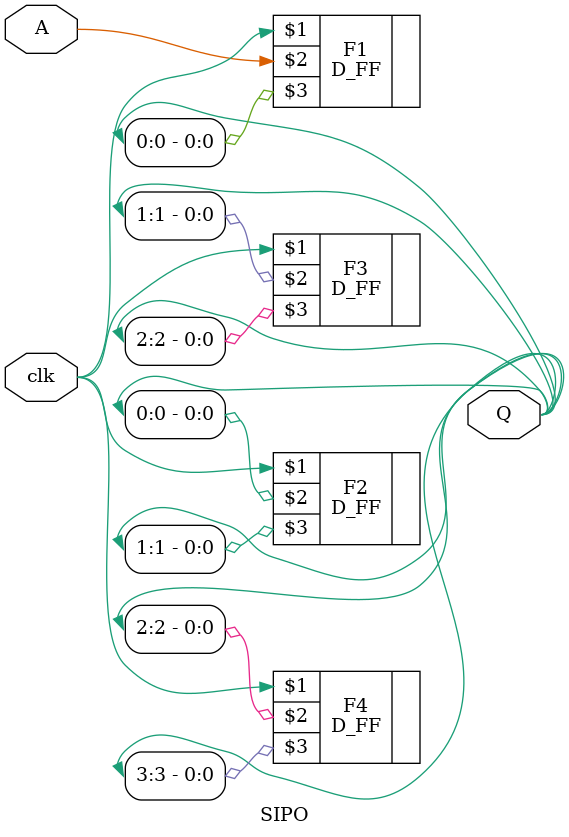
<source format=v>
module SIPO(clk,A,Q);

        input clk,A;
        output [3:0] Q;
        
        D_FF F1(clk,A,Q[0]);
        D_FF F2(clk,Q[0],Q[1]);
        D_FF F3(clk,Q[1],Q[2]);
        D_FF F4(clk,Q[2],Q[3]);
        
endmodule
</source>
